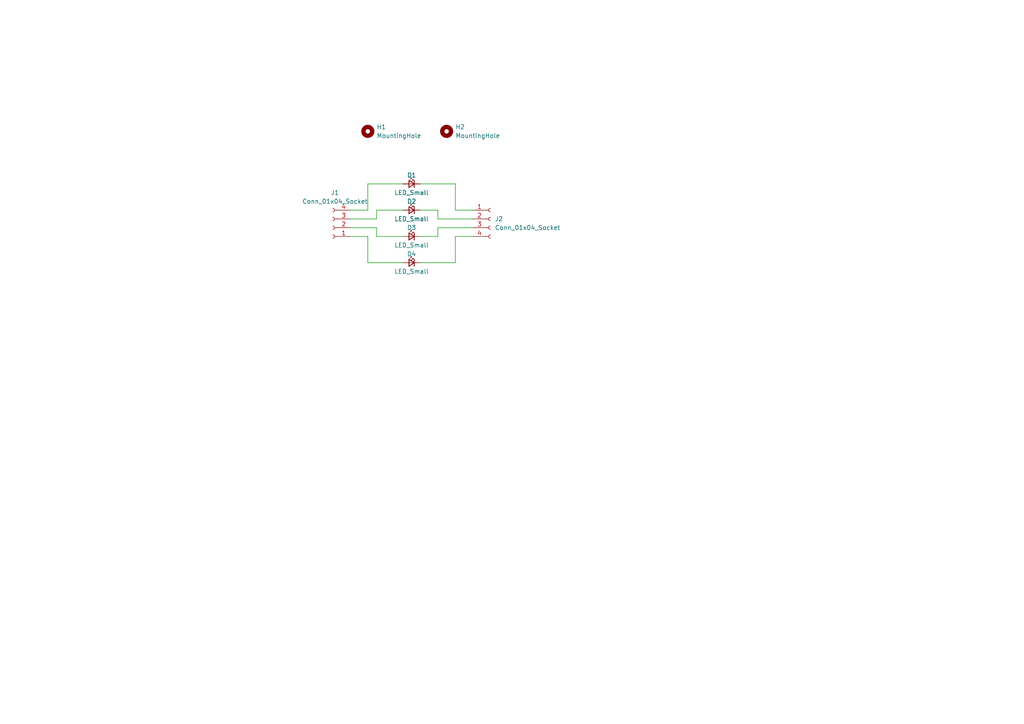
<source format=kicad_sch>
(kicad_sch (version 20230121) (generator eeschema)
  (paper "A4")
  (lib_symbols
    (symbol "Connector:Conn_01x04_Socket" (pin_names (offset 1.016) hide)
      (property "Reference" "J" (at 0 5.08 0))
      (property "Value" "Conn_01x04_Socket" (at 0 -7.62 0))
      (symbol "Conn_01x04_Socket_1_1"
        (arc (start 0 -4.572) (mid -0.5058 -5.08) (end 0 -5.588) (stroke (width 0.1524)))
        (arc (start 0 -2.032) (mid -0.5058 -2.54) (end 0 -3.048) (stroke (width 0.1524)))
        (polyline (pts (xy -1.27 -5.08) (xy -0.508 -5.08)) (stroke (width 0.1524)))
        (polyline (pts (xy -1.27 -2.54) (xy -0.508 -2.54)) (stroke (width 0.1524)))
        (polyline (pts (xy -1.27 0) (xy -0.508 0)) (stroke (width 0.1524)))
        (polyline (pts (xy -1.27 2.54) (xy -0.508 2.54)) (stroke (width 0.1524)))
        (arc (start 0 0.508) (mid -0.5058 0) (end 0 -0.508) (stroke (width 0.1524)))
        (arc (start 0 3.048) (mid -0.5058 2.54) (end 0 2.032) (stroke (width 0.1524)))
        (pin passive line (at -5.08 2.54 0) (length 3.81) (name "Pin_1") (number "1"))
        (pin passive line (at -5.08 0 0) (length 3.81) (name "Pin_2") (number "2"))
        (pin passive line (at -5.08 -2.54 0) (length 3.81) (name "Pin_3") (number "3"))
        (pin passive line (at -5.08 -5.08 0) (length 3.81) (name "Pin_4") (number "4"))
      )
    )
    (symbol "Device:LED_Small" (pin_numbers hide) (pin_names (offset 0.254) hide)
      (property "Reference" "D" (at -1.27 3.175 0))
      (property "Value" "LED_Small" (at -4.445 -2.54 0))
      (symbol "LED_Small_0_1"
        (polyline (pts (xy -0.762 -1.016) (xy -0.762 1.016)) (stroke (width 0.254)))
        (polyline (pts (xy 1.016 0) (xy -0.762 0)))
        (polyline (pts (xy 0.762 -1.016) (xy -0.762 0) (xy 0.762 1.016) (xy 0.762 -1.016)) (stroke (width 0.254)))
        (polyline (pts (xy 0 0.762) (xy -0.508 1.27) (xy -0.254 1.27) (xy -0.508 1.27) (xy -0.508 1.016)))
        (polyline (pts (xy 0.508 1.27) (xy 0 1.778) (xy 0.254 1.778) (xy 0 1.778) (xy 0 1.524)))
      )
      (symbol "LED_Small_1_1"
        (pin passive line (at -2.54 0 0) (length 1.778) (name "K") (number "1"))
        (pin passive line (at 2.54 0 180) (length 1.778) (name "A") (number "2"))
      )
    )
    (symbol "Mechanical:MountingHole" (pin_names (offset 1.016))
      (property "Reference" "H" (at 0 5.08 0))
      (property "Value" "MountingHole" (at 0 3.175 0))
      (symbol "MountingHole_0_1"
        (circle (center 0 0) (radius 1.27) (stroke (width 1.27)))
      )
    )
  )
  (wire (pts (xy 101.6 63.5) (xy 109.22 63.5)))
  (wire (pts (xy 127 60.96) (xy 127 63.5)))
  (wire (pts (xy 121.92 76.2) (xy 132.08 76.2)))
  (wire (pts (xy 127 66.04) (xy 127 68.58)))
  (wire (pts (xy 106.68 53.34) (xy 116.84 53.34)))
  (wire (pts (xy 106.68 68.58) (xy 106.68 76.2)))
  (wire (pts (xy 101.6 66.04) (xy 109.22 66.04)))
  (wire (pts (xy 137.16 66.04) (xy 127 66.04)))
  (wire (pts (xy 127 63.5) (xy 137.16 63.5)))
  (wire (pts (xy 101.6 68.58) (xy 106.68 68.58)))
  (wire (pts (xy 121.92 68.58) (xy 127 68.58)))
  (wire (pts (xy 109.22 68.58) (xy 116.84 68.58)))
  (wire (pts (xy 121.92 60.96) (xy 127 60.96)))
  (wire (pts (xy 121.92 53.34) (xy 132.08 53.34)))
  (wire (pts (xy 106.68 76.2) (xy 116.84 76.2)))
  (wire (pts (xy 109.22 60.96) (xy 116.84 60.96)))
  (wire (pts (xy 109.22 63.5) (xy 109.22 60.96)))
  (wire (pts (xy 106.68 60.96) (xy 106.68 53.34)))
  (wire (pts (xy 132.08 68.58) (xy 137.16 68.58)))
  (wire (pts (xy 101.6 60.96) (xy 106.68 60.96)))
  (wire (pts (xy 109.22 66.04) (xy 109.22 68.58)))
  (wire (pts (xy 132.08 60.96) (xy 137.16 60.96)))
  (wire (pts (xy 132.08 53.34) (xy 132.08 60.96)))
  (wire (pts (xy 132.08 76.2) (xy 132.08 68.58)))
  (symbol (lib_id "Device:LED_Small") (at 119.38 76.2 0) (mirror y) (unit 1)
    (property "Reference" "D4" (at 119.38 73.66 0))
    (property "Value" "LED_Small" (at 119.38 78.74 0))
    (property "Footprint" "LED_SMD:Luxeon Z Color" (effects hide))
  )
  (symbol (lib_id "Device:LED_Small") (at 119.38 60.96 0) (mirror y) (unit 1)
    (property "Reference" "D1" (at 119.38 50.8 0))
    (property "Value" "LED_Small" (at 119.38 63.5 0))
    (property "Footprint" "LED_SMD:Luxeon Z Color" (effects hide))
  )
  (symbol (lib_id "Mechanical:MountingHole") (at 129.54 38.1 0) (unit 1)
    (property "Reference" "H2" (at 132.08 36.83 0) (effects (justify left)))
    (property "Value" "MountingHole" (at 132.08 39.37 0) (effects (justify left)))
    (property "Footprint" "MountingHole:MountingHole_4.3mm_M4" (effects hide))
  )
  (symbol (lib_id "Mechanical:MountingHole") (at 106.68 38.1 0) (unit 1)
    (property "Reference" "H1" (at 109.22 36.83 0) (effects (justify left)))
    (property "Value" "MountingHole" (at 109.22 39.37 0) (effects (justify left)))
    (property "Footprint" "MountingHole:MountingHole_4.3mm_M4" (effects hide))
  )
  (symbol (lib_id "Connector:Conn_01x04_Socket") (at 142.24 63.5 0) (unit 1)
    (property "Reference" "J2" (at 143.51 63.5 0) (effects (justify left)))
    (property "Value" "Conn_01x04_Socket" (at 143.51 66.04 0) (effects (justify left)))
    (property "Footprint" "random-internet-lib:S4B-XH-SM4-TB" (effects hide))
  )
  (symbol (lib_id "Device:LED_Small") (at 119.38 53.34 0) (mirror y) (unit 1)
    (property "Reference" "D2" (at 119.38 58.42 0))
    (property "Value" "LED_Small" (at 119.38 55.88 0))
    (property "Footprint" "LED_SMD:Luxeon Z Color" (effects hide))
  )
  (symbol (lib_id "Connector:Conn_01x04_Socket") (at 96.52 66.04 180) (unit 1)
    (property "Reference" "J1" (at 97.155 55.88 0))
    (property "Value" "Conn_01x04_Socket" (at 97.155 58.42 0))
    (property "Footprint" "random-internet-lib:S4B-XH-SM4-TB" (effects hide))
  )
  (symbol (lib_id "Device:LED_Small") (at 119.38 68.58 0) (mirror y) (unit 1)
    (property "Reference" "D3" (at 119.38 66.04 0))
    (property "Value" "LED_Small" (at 119.38 71.12 0))
    (property "Footprint" "LED_SMD:Luxeon Z Color" (effects hide))
  )
)
</source>
